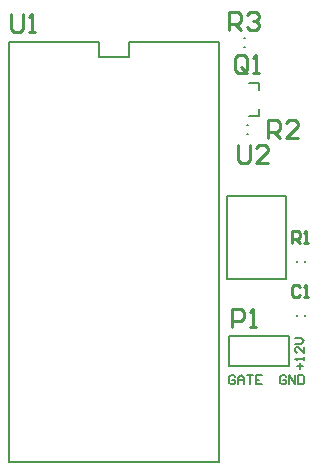
<source format=gto>
G04 Layer_Color=65535*
%FSAX24Y24*%
%MOIN*%
G70*
G01*
G75*
%ADD14C,0.0100*%
%ADD21C,0.0079*%
%ADD22C,0.0080*%
D14*
X018200Y038800D02*
Y039400D01*
X018500D01*
X018600Y039300D01*
Y039100D01*
X018500Y039000D01*
X018200D01*
X018800Y038800D02*
X019000D01*
X018900D01*
Y039400D01*
X018800Y039300D01*
X018690Y047390D02*
Y047790D01*
X018590Y047890D01*
X018390D01*
X018290Y047790D01*
Y047390D01*
X018390Y047290D01*
X018590D01*
X018490Y047490D02*
X018690Y047290D01*
X018590D02*
X018690Y047390D01*
X018890Y047290D02*
X019090D01*
X018990D01*
Y047890D01*
X018890Y047790D01*
X020467Y040133D02*
X020400Y040200D01*
X020267D01*
X020200Y040133D01*
Y039867D01*
X020267Y039800D01*
X020400D01*
X020467Y039867D01*
X020600Y039800D02*
X020733D01*
X020667D01*
Y040200D01*
X020600Y040133D01*
X020200Y041600D02*
Y042000D01*
X020400D01*
X020467Y041933D01*
Y041800D01*
X020400Y041733D01*
X020200D01*
X020333D02*
X020467Y041600D01*
X020600D02*
X020733D01*
X020667D01*
Y042000D01*
X020600Y041933D01*
X019400Y045100D02*
Y045700D01*
X019700D01*
X019800Y045600D01*
Y045400D01*
X019700Y045300D01*
X019400D01*
X019600D02*
X019800Y045100D01*
X020400D02*
X020000D01*
X020400Y045500D01*
Y045600D01*
X020300Y045700D01*
X020100D01*
X020000Y045600D01*
X018100Y048700D02*
Y049300D01*
X018400D01*
X018500Y049200D01*
Y049000D01*
X018400Y048900D01*
X018100D01*
X018300D02*
X018500Y048700D01*
X018700Y049200D02*
X018800Y049300D01*
X019000D01*
X019100Y049200D01*
Y049100D01*
X019000Y049000D01*
X018900D01*
X019000D01*
X019100Y048900D01*
Y048800D01*
X019000Y048700D01*
X018800D01*
X018700Y048800D01*
X010815Y049245D02*
Y048745D01*
X010915Y048645D01*
X011115D01*
X011215Y048745D01*
Y049245D01*
X011415Y048645D02*
X011615D01*
X011515D01*
Y049245D01*
X011415Y049145D01*
X018380Y044870D02*
Y044370D01*
X018480Y044270D01*
X018680D01*
X018780Y044370D01*
Y044870D01*
X019380Y044270D02*
X018980D01*
X019380Y044670D01*
Y044770D01*
X019280Y044870D01*
X019080D01*
X018980Y044770D01*
D21*
X018100Y037500D02*
Y038500D01*
X020100D01*
Y037500D02*
Y038500D01*
X018100Y037500D02*
X020100D01*
X020362Y039180D02*
Y039220D01*
X020638Y039180D02*
Y039220D01*
X020638Y040980D02*
Y041020D01*
X020362Y040980D02*
Y041020D01*
X018016Y040422D02*
Y043178D01*
Y040422D02*
X019984D01*
Y043178D01*
X018016D02*
X019984D01*
X018680Y045538D02*
X018720D01*
X018680Y045262D02*
X018720D01*
X018580Y048438D02*
X018620D01*
X018580Y048162D02*
X018620D01*
D22*
X018761Y045840D02*
X019080D01*
Y046080D01*
X018761Y046951D02*
X019080D01*
Y046715D02*
Y046951D01*
X013750Y047800D02*
X014750D01*
Y048300D01*
X017750D01*
Y034300D02*
Y048300D01*
X010750Y034300D02*
X017750D01*
X010750D02*
Y048300D01*
X013750D01*
Y047800D02*
Y048300D01*
X020000Y037150D02*
X019950Y037200D01*
X019850D01*
X019800Y037150D01*
Y036950D01*
X019850Y036900D01*
X019950D01*
X020000Y036950D01*
Y037050D01*
X019900D01*
X020100Y036900D02*
Y037200D01*
X020300Y036900D01*
Y037200D01*
X020400D02*
Y036900D01*
X020550D01*
X020600Y036950D01*
Y037150D01*
X020550Y037200D01*
X020400D01*
X018300Y037150D02*
X018250Y037200D01*
X018150D01*
X018100Y037150D01*
Y036950D01*
X018150Y036900D01*
X018250D01*
X018300Y036950D01*
Y037050D01*
X018200D01*
X018400Y036900D02*
Y037100D01*
X018500Y037200D01*
X018600Y037100D01*
Y036900D01*
Y037050D01*
X018400D01*
X018700Y037200D02*
X018900D01*
X018800D01*
Y036900D01*
X019200Y037200D02*
X019000D01*
Y036900D01*
X019200D01*
X019000Y037050D02*
X019100D01*
X020450Y037400D02*
Y037600D01*
X020350Y037500D02*
X020550D01*
X020600Y037700D02*
Y037800D01*
Y037750D01*
X020300D01*
X020350Y037700D01*
X020600Y038150D02*
Y037950D01*
X020400Y038150D01*
X020350D01*
X020300Y038100D01*
Y038000D01*
X020350Y037950D01*
X020300Y038250D02*
X020500D01*
X020600Y038350D01*
X020500Y038450D01*
X020300D01*
M02*

</source>
